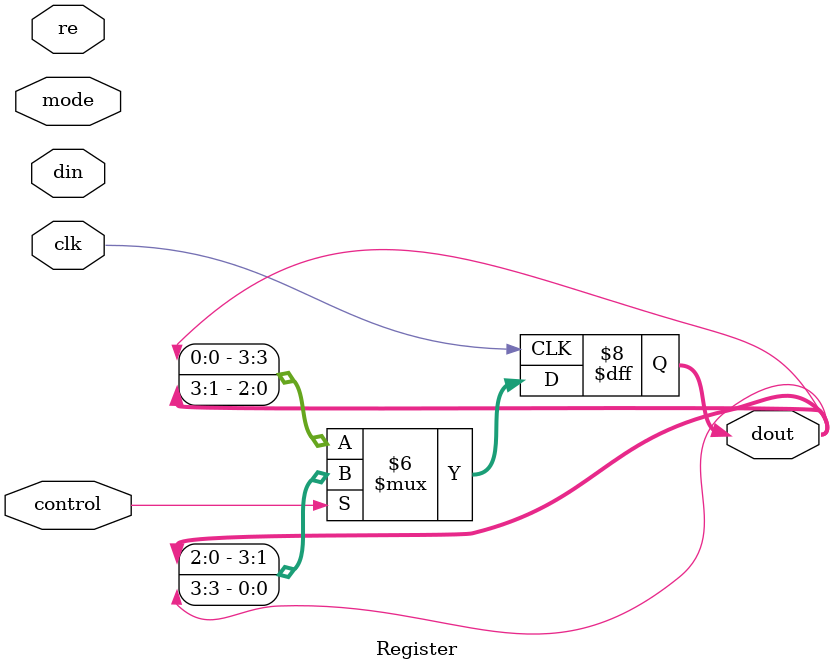
<source format=v>
module Register(clk,control,din,dout,re,mode);
	input clk,control,mode,re;
	input [3:0] din;
	output [3:0] dout;
	reg [3:0] dout;

	
	always @(posedge clk)
		begin
			if (re==1)
				dout <= 4'b0000;
			if (mode==1)
				dout <= din;
			else
				dout <= {dout[2:0], din[0]};
				
			if (control==0) 
				dout <= {dout[0],dout[3:1]};
			else
				dout <= {dout[2:0], dout[3]};
		end

endmodule
				
</source>
